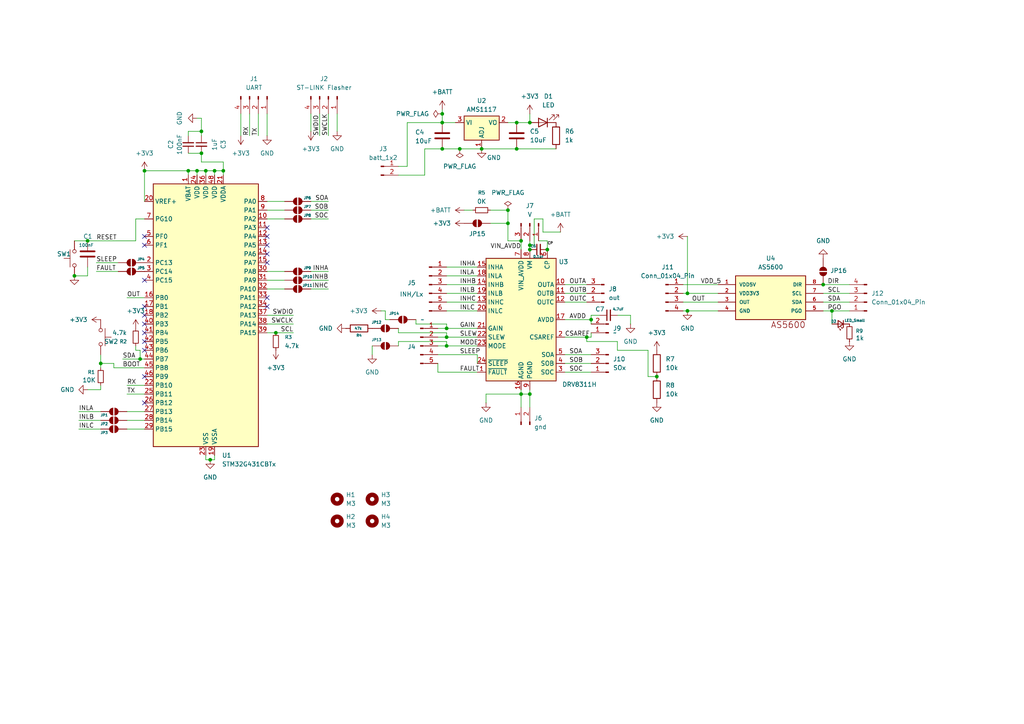
<source format=kicad_sch>
(kicad_sch (version 20250114) (generator "eeschema") (generator_version "9.0")
  (paper "A4")
  (junction (at 128.27 35.56))
  (junction (at 133.35 43.18))
  (junction (at 58.42 38.1))
  (junction (at 153.67 35.56))
  (junction (at 241.3 90.17))
  (junction (at 139.7 43.18))
  (junction (at 129.54 95.25))
  (junction (at 62.23 49.53))
  (junction (at 128.27 33.02))
  (junction (at 128.27 43.18))
  (junction (at 60.96 133.35))
  (junction (at 151.13 69.85))
  (junction (at 80.01 96.52))
  (junction (at 149.86 35.56))
  (junction (at 129.54 100.33))
  (junction (at 25.4 69.85))
  (junction (at 153.67 72.39))
  (junction (at 153.67 71.12))
  (junction (at 21.59 80.01))
  (junction (at 153.67 114.3))
  (junction (at 151.13 114.3))
  (junction (at 238.76 82.55))
  (junction (at 147.32 64.77))
  (junction (at 29.21 105.41))
  (junction (at 149.86 43.18))
  (junction (at 58.42 44.45))
  (junction (at 199.39 90.17))
  (junction (at 40.64 104.14))
  (junction (at 199.39 85.09))
  (junction (at 147.32 60.96))
  (junction (at 190.5 109.22))
  (junction (at 171.45 92.71))
  (junction (at 158.75 72.39))
  (junction (at 41.91 49.53))
  (junction (at 57.15 49.53))
  (junction (at 129.54 97.79))
  (junction (at 170.18 97.79))
  (junction (at 59.69 49.53))
  (junction (at 54.61 49.53))
  (junction (at 64.77 49.53))
  (no_connect (at 41.91 109.22))
  (no_connect (at 77.47 71.12))
  (no_connect (at 41.91 101.6))
  (no_connect (at 41.91 116.84))
  (no_connect (at 41.91 96.52))
  (no_connect (at 77.47 86.36))
  (no_connect (at 41.91 68.58))
  (no_connect (at 41.91 99.06))
  (no_connect (at 77.47 66.04))
  (no_connect (at 77.47 76.2))
  (no_connect (at 41.91 93.98))
  (no_connect (at 77.47 73.66))
  (no_connect (at 41.91 91.44))
  (no_connect (at 77.47 88.9))
  (no_connect (at 41.91 88.9))
  (no_connect (at 41.91 71.12))
  (no_connect (at 77.47 68.58))
  (no_connect (at 41.91 81.28))
  (wire (pts (xy 77.47 96.52) (xy 80.01 96.52)))
  (wire (pts (xy 115.57 95.25) (xy 115.57 96.52)))
  (wire (pts (xy 129.54 80.01) (xy 138.43 80.01)))
  (wire (pts (xy 90.17 33.02) (xy 90.17 38.1)))
  (wire (pts (xy 58.42 34.29) (xy 57.15 34.29)))
  (wire (pts (xy 90.17 83.82) (xy 95.25 83.82)))
  (wire (pts (xy 57.15 49.53) (xy 59.69 49.53)))
  (wire (pts (xy 29.21 113.03) (xy 29.21 111.76)))
  (wire (pts (xy 60.96 133.35) (xy 62.23 133.35)))
  (wire (pts (xy 153.67 71.12) (xy 153.67 72.39)))
  (wire (pts (xy 238.76 82.55) (xy 246.38 82.55)))
  (wire (pts (xy 123.19 50.8) (xy 123.19 43.18)))
  (wire (pts (xy 129.54 100.33) (xy 138.43 100.33)))
  (wire (pts (xy 128.27 33.02) (xy 128.27 35.56)))
  (wire (pts (xy 171.45 96.52) (xy 171.45 97.79)))
  (wire (pts (xy 154.94 63.5) (xy 154.94 71.12)))
  (wire (pts (xy 163.83 85.09) (xy 170.18 85.09)))
  (wire (pts (xy 90.17 63.5) (xy 95.25 63.5)))
  (wire (pts (xy 41.91 58.42) (xy 41.91 49.53)))
  (wire (pts (xy 57.15 49.53) (xy 57.15 50.8)))
  (wire (pts (xy 62.23 49.53) (xy 64.77 49.53)))
  (wire (pts (xy 163.83 92.71) (xy 171.45 92.71)))
  (wire (pts (xy 151.13 69.85) (xy 151.13 72.39)))
  (wire (pts (xy 238.76 85.09) (xy 246.38 85.09)))
  (wire (pts (xy 54.61 38.1) (xy 54.61 39.37)))
  (wire (pts (xy 198.12 90.17) (xy 199.39 90.17)))
  (wire (pts (xy 90.17 58.42) (xy 95.25 58.42)))
  (wire (pts (xy 182.88 91.44) (xy 182.88 93.98)))
  (wire (pts (xy 118.11 48.26) (xy 118.11 35.56)))
  (wire (pts (xy 41.91 124.46) (xy 36.83 124.46)))
  (wire (pts (xy 115.57 48.26) (xy 118.11 48.26)))
  (wire (pts (xy 179.07 101.6) (xy 187.96 101.6)))
  (wire (pts (xy 170.18 97.79) (xy 163.83 97.79)))
  (wire (pts (xy 33.02 105.41) (xy 33.02 106.68)))
  (wire (pts (xy 171.45 92.71) (xy 171.45 91.44)))
  (wire (pts (xy 238.76 87.63) (xy 246.38 87.63)))
  (wire (pts (xy 153.67 69.85) (xy 153.67 71.12)))
  (wire (pts (xy 77.47 78.74) (xy 82.55 78.74)))
  (wire (pts (xy 238.76 90.17) (xy 241.3 90.17)))
  (wire (pts (xy 129.54 87.63) (xy 138.43 87.63)))
  (wire (pts (xy 123.19 43.18) (xy 128.27 43.18)))
  (wire (pts (xy 115.57 50.8) (xy 123.19 50.8)))
  (wire (pts (xy 158.75 69.85) (xy 158.75 72.39)))
  (wire (pts (xy 151.13 69.85) (xy 147.32 69.85)))
  (wire (pts (xy 187.96 101.6) (xy 187.96 109.22)))
  (wire (pts (xy 40.64 104.14) (xy 41.91 104.14)))
  (wire (pts (xy 153.67 113.03) (xy 153.67 114.3)))
  (wire (pts (xy 157.48 67.31) (xy 157.48 63.5)))
  (wire (pts (xy 129.54 77.47) (xy 138.43 77.47)))
  (wire (pts (xy 156.21 69.85) (xy 158.75 69.85)))
  (wire (pts (xy 41.91 121.92) (xy 36.83 121.92)))
  (wire (pts (xy 129.54 90.17) (xy 138.43 90.17)))
  (wire (pts (xy 54.61 49.53) (xy 57.15 49.53)))
  (wire (pts (xy 129.54 97.79) (xy 138.43 97.79)))
  (wire (pts (xy 36.83 111.76) (xy 41.91 111.76)))
  (wire (pts (xy 33.02 106.68) (xy 41.91 106.68)))
  (wire (pts (xy 157.48 63.5) (xy 154.94 63.5)))
  (wire (pts (xy 199.39 68.58) (xy 199.39 85.09)))
  (wire (pts (xy 127 105.41) (xy 127 107.95)))
  (wire (pts (xy 171.45 97.79) (xy 170.18 97.79)))
  (wire (pts (xy 36.83 114.3) (xy 41.91 114.3)))
  (wire (pts (xy 77.47 81.28) (xy 82.55 81.28)))
  (wire (pts (xy 199.39 90.17) (xy 208.28 90.17)))
  (wire (pts (xy 129.54 99.06) (xy 129.54 100.33)))
  (wire (pts (xy 134.62 60.96) (xy 137.16 60.96)))
  (wire (pts (xy 153.67 33.02) (xy 153.67 35.56)))
  (wire (pts (xy 21.59 69.85) (xy 25.4 69.85)))
  (wire (pts (xy 58.42 46.99) (xy 64.77 46.99)))
  (wire (pts (xy 128.27 31.75) (xy 128.27 33.02)))
  (wire (pts (xy 36.83 86.36) (xy 41.91 86.36)))
  (wire (pts (xy 110.49 90.17) (xy 111.76 90.17)))
  (wire (pts (xy 22.86 121.92) (xy 29.21 121.92)))
  (wire (pts (xy 111.76 92.71) (xy 113.03 92.71)))
  (wire (pts (xy 170.18 97.79) (xy 170.18 99.06)))
  (wire (pts (xy 39.37 101.6) (xy 40.64 101.6)))
  (wire (pts (xy 41.91 119.38) (xy 36.83 119.38)))
  (wire (pts (xy 139.7 43.18) (xy 149.86 43.18)))
  (wire (pts (xy 127 100.33) (xy 129.54 100.33)))
  (wire (pts (xy 138.43 102.87) (xy 138.43 105.41)))
  (wire (pts (xy 35.56 104.14) (xy 40.64 104.14)))
  (wire (pts (xy 163.83 82.55) (xy 170.18 82.55)))
  (wire (pts (xy 90.17 78.74) (xy 95.25 78.74)))
  (wire (pts (xy 129.54 95.25) (xy 138.43 95.25)))
  (wire (pts (xy 90.17 60.96) (xy 95.25 60.96)))
  (wire (pts (xy 22.86 119.38) (xy 29.21 119.38)))
  (wire (pts (xy 39.37 63.5) (xy 41.91 63.5)))
  (wire (pts (xy 115.57 100.33) (xy 115.57 99.06)))
  (wire (pts (xy 92.71 33.02) (xy 92.71 39.37)))
  (wire (pts (xy 74.93 33.02) (xy 74.93 39.37)))
  (wire (pts (xy 77.47 33.02) (xy 77.47 39.37)))
  (wire (pts (xy 163.83 107.95) (xy 171.45 107.95)))
  (wire (pts (xy 59.69 132.08) (xy 59.69 133.35)))
  (wire (pts (xy 58.42 38.1) (xy 58.42 39.37)))
  (wire (pts (xy 171.45 92.71) (xy 171.45 93.98)))
  (wire (pts (xy 77.47 91.44) (xy 85.09 91.44)))
  (wire (pts (xy 27.94 78.74) (xy 34.29 78.74)))
  (wire (pts (xy 54.61 44.45) (xy 58.42 44.45)))
  (wire (pts (xy 39.37 100.33) (xy 39.37 101.6)))
  (wire (pts (xy 147.32 69.85) (xy 147.32 64.77)))
  (wire (pts (xy 129.54 93.98) (xy 129.54 95.25)))
  (wire (pts (xy 198.12 85.09) (xy 199.39 85.09)))
  (wire (pts (xy 59.69 133.35) (xy 60.96 133.35)))
  (wire (pts (xy 77.47 93.98) (xy 85.09 93.98)))
  (wire (pts (xy 129.54 85.09) (xy 138.43 85.09)))
  (wire (pts (xy 80.01 96.52) (xy 85.09 96.52)))
  (wire (pts (xy 69.85 33.02) (xy 69.85 39.37)))
  (wire (pts (xy 58.42 44.45) (xy 58.42 46.99)))
  (wire (pts (xy 127 95.25) (xy 129.54 95.25)))
  (wire (pts (xy 111.76 90.17) (xy 111.76 92.71)))
  (wire (pts (xy 77.47 83.82) (xy 82.55 83.82)))
  (wire (pts (xy 163.83 105.41) (xy 171.45 105.41)))
  (wire (pts (xy 62.23 132.08) (xy 62.23 133.35)))
  (wire (pts (xy 27.94 76.2) (xy 34.29 76.2)))
  (wire (pts (xy 133.35 43.18) (xy 139.7 43.18)))
  (wire (pts (xy 163.83 102.87) (xy 171.45 102.87)))
  (wire (pts (xy 58.42 38.1) (xy 54.61 38.1)))
  (wire (pts (xy 151.13 114.3) (xy 153.67 114.3)))
  (wire (pts (xy 179.07 99.06) (xy 179.07 101.6)))
  (wire (pts (xy 29.21 102.87) (xy 29.21 105.41)))
  (wire (pts (xy 129.54 82.55) (xy 138.43 82.55)))
  (wire (pts (xy 151.13 114.3) (xy 151.13 118.11)))
  (wire (pts (xy 77.47 60.96) (xy 82.55 60.96)))
  (wire (pts (xy 115.57 96.52) (xy 129.54 96.52)))
  (wire (pts (xy 162.56 67.31) (xy 157.48 67.31)))
  (wire (pts (xy 77.47 63.5) (xy 82.55 63.5)))
  (wire (pts (xy 25.4 80.01) (xy 21.59 80.01)))
  (wire (pts (xy 147.32 64.77) (xy 147.32 60.96)))
  (wire (pts (xy 127 102.87) (xy 138.43 102.87)))
  (wire (pts (xy 171.45 91.44) (xy 173.99 91.44)))
  (wire (pts (xy 90.17 81.28) (xy 95.25 81.28)))
  (wire (pts (xy 41.91 49.53) (xy 54.61 49.53)))
  (wire (pts (xy 72.39 33.02) (xy 72.39 39.37)))
  (wire (pts (xy 128.27 43.18) (xy 133.35 43.18)))
  (wire (pts (xy 40.64 101.6) (xy 40.64 104.14)))
  (wire (pts (xy 115.57 99.06) (xy 129.54 99.06)))
  (wire (pts (xy 140.97 116.84) (xy 140.97 114.3)))
  (wire (pts (xy 241.3 90.17) (xy 246.38 90.17)))
  (wire (pts (xy 25.4 69.85) (xy 39.37 69.85)))
  (wire (pts (xy 142.24 64.77) (xy 147.32 64.77)))
  (wire (pts (xy 140.97 114.3) (xy 151.13 114.3)))
  (wire (pts (xy 198.12 82.55) (xy 208.28 82.55)))
  (wire (pts (xy 54.61 50.8) (xy 54.61 49.53)))
  (wire (pts (xy 120.65 93.98) (xy 129.54 93.98)))
  (wire (pts (xy 142.24 60.96) (xy 147.32 60.96)))
  (wire (pts (xy 64.77 46.99) (xy 64.77 49.53)))
  (wire (pts (xy 107.95 102.87) (xy 107.95 100.33)))
  (wire (pts (xy 129.54 96.52) (xy 129.54 97.79)))
  (wire (pts (xy 151.13 113.03) (xy 151.13 114.3)))
  (wire (pts (xy 25.4 77.47) (xy 25.4 80.01)))
  (wire (pts (xy 198.12 87.63) (xy 208.28 87.63)))
  (wire (pts (xy 241.3 90.17) (xy 241.3 93.98)))
  (wire (pts (xy 127 97.79) (xy 129.54 97.79)))
  (wire (pts (xy 59.69 49.53) (xy 62.23 49.53)))
  (wire (pts (xy 127 107.95) (xy 138.43 107.95)))
  (wire (pts (xy 97.79 33.02) (xy 97.79 38.1)))
  (wire (pts (xy 179.07 91.44) (xy 182.88 91.44)))
  (wire (pts (xy 39.37 69.85) (xy 39.37 63.5)))
  (wire (pts (xy 22.86 124.46) (xy 29.21 124.46)))
  (wire (pts (xy 163.83 87.63) (xy 170.18 87.63)))
  (wire (pts (xy 147.32 35.56) (xy 149.86 35.56)))
  (wire (pts (xy 128.27 35.56) (xy 132.08 35.56)))
  (wire (pts (xy 29.21 105.41) (xy 33.02 105.41)))
  (wire (pts (xy 59.69 49.53) (xy 59.69 50.8)))
  (wire (pts (xy 64.77 49.53) (xy 64.77 50.8)))
  (wire (pts (xy 153.67 114.3) (xy 153.67 118.11)))
  (wire (pts (xy 58.42 34.29) (xy 58.42 38.1)))
  (wire (pts (xy 149.86 43.18) (xy 161.29 43.18)))
  (wire (pts (xy 95.25 33.02) (xy 95.25 39.37)))
  (wire (pts (xy 77.47 58.42) (xy 82.55 58.42)))
  (wire (pts (xy 154.94 71.12) (xy 153.67 71.12)))
  (wire (pts (xy 25.4 113.03) (xy 29.21 113.03)))
  (wire (pts (xy 153.67 35.56) (xy 149.86 35.56)))
  (wire (pts (xy 170.18 99.06) (xy 179.07 99.06)))
  (wire (pts (xy 118.11 35.56) (xy 128.27 35.56)))
  (wire (pts (xy 62.23 49.53) (xy 62.23 50.8)))
  (wire (pts (xy 120.65 92.71) (xy 120.65 93.98)))
  (wire (pts (xy 199.39 85.09) (xy 208.28 85.09)))
  (wire (pts (xy 29.21 105.41) (xy 29.21 106.68)))
  (wire (pts (xy 187.96 109.22) (xy 190.5 109.22)))
  (label "GAIN" (at 133.35 95.25 0))
  (label "SWCLK" (at 85.09 93.98 180))
  (label "SCL" (at 85.09 96.52 180))
  (label "DIR" (at 240.03 82.55 0))
  (label "OUTC" (at 165.1 87.63 0))
  (label "MODE" (at 133.35 100.33 0))
  (label "FAULT" (at 27.94 78.74 0))
  (label "INLA" (at 133.35 80.01 0))
  (label "TX" (at 36.83 114.3 0))
  (label "VIN_AVDD" (at 151.13 72.39 180))
  (label "SOC" (at 95.25 63.5 180))
  (label "SWCLK" (at 95.25 39.37 90))
  (label "SLEEP" (at 133.35 102.87 0))
  (label "CSAREF" (at 163.83 97.79 0))
  (label "SWDIO" (at 92.71 39.37 90))
  (label "INHA" (at 133.35 77.47 0))
  (label "SWDIO" (at 85.09 91.44 180))
  (label "FAULT" (at 133.35 107.95 0))
  (label "SLEW" (at 133.35 97.79 0))
  (label "RESET" (at 27.94 69.85 0))
  (label "OUTA" (at 165.1 82.55 0))
  (label "INHA" (at 95.25 78.74 180))
  (label "TX" (at 74.93 39.37 90))
  (label "OUTB" (at 165.1 85.09 0))
  (label "CP" (at 158.75 71.12 0) (effects (font (size 0.75 0.75))))
  (label "BOOT" (at 35.56 106.68 0))
  (label "INHC" (at 133.35 87.63 0))
  (label "INLB" (at 22.86 121.92 0))
  (label "INLC" (at 22.86 124.46 0))
  (label "SOC" (at 165.1 107.95 0))
  (label "OUT" (at 200.66 87.63 0))
  (label "INLA" (at 22.86 119.38 0))
  (label "INLB" (at 133.35 85.09 0))
  (label "INHC" (at 95.25 83.82 180))
  (label "AVDD" (at 165.1 92.71 0))
  (label "SOA" (at 165.1 102.87 0))
  (label "OUT" (at 36.83 86.36 0))
  (label "SOA" (at 95.25 58.42 180))
  (label "PGO" (at 240.03 90.17 0))
  (label "INHB" (at 95.25 81.28 180))
  (label "INHB" (at 133.35 82.55 0))
  (label "SLEEP" (at 27.94 76.2 0))
  (label "RX" (at 72.39 39.37 90))
  (label "SOB" (at 165.1 105.41 0))
  (label "SDA" (at 35.56 104.14 0))
  (label "RX" (at 36.83 111.76 0))
  (label "VDD_5" (at 203.2 82.55 0))
  (label "INLC" (at 133.35 90.17 0))
  (label "SCL" (at 240.03 85.09 0))
  (label "SDA" (at 240.03 87.63 0))
  (label "SOB" (at 95.25 60.96 180))
  (symbol (lib_id "Device:R") (at 104.14 95.25 90) (unit 1)
    (property "Reference" "R4" (at 104.14 97.282 90) (effects (font (size 0.75 0.75))))
    (property "Value" "47k" (at 103.886 95.25 90) (effects (font (size 0.75 0.75))))
    (property "Footprint" "Resistor_SMD:R_0805_2012Metric" (effects (hide yes)))
    (property "Description" "Resistor" (effects (hide yes)))
  )
  (symbol (lib_id "power:GND") (at 60.96 133.35 0) (unit 1)
    (property "Reference" "#PWR07" (effects (hide yes)))
    (property "Value" "GND" (at 60.96 138.43 0))
    (property "Description" "Power symbol creates a global label with name \"GND\" , ground" (effects (hide yes)))
  )
  (symbol (lib_id "Device:R") (at 161.29 39.37 0) (unit 1)
    (property "Reference" "R6" (at 163.83 38.0999 0) (effects (justify left)))
    (property "Value" "1k" (at 163.83 40.6399 0) (effects (justify left)))
    (property "Footprint" "Resistor_SMD:R_0805_2012Metric" (effects (hide yes)))
    (property "Description" "Resistor" (effects (hide yes)))
  )
  (symbol (lib_id "Device:C") (at 25.4 73.66 0) (unit 1)
    (property "Reference" "C1" (at 24.13 68.58 0) (effects (justify left)))
    (property "Value" "100nF" (at 22.86 71.12 0) (effects (font (size 0.9 0.9)) (justify left)))
    (property "Footprint" "Capacitor_SMD:C_0805_2012Metric_Pad1.18x1.45mm_HandSolder" (effects (hide yes)))
  )
  (symbol (lib_id "power:GND") (at 190.5 116.84 0) (unit 1)
    (property "Reference" "#PWR025" (effects (hide yes)))
    (property "Value" "GND" (at 190.5 121.92 0))
    (property "Description" "Power symbol creates a global label with name \"GND\" , ground" (effects (hide yes)))
  )
  (symbol (lib_id "power:+BATT") (at 162.56 67.31 0) (unit 1)
    (property "Reference" "#PWR022" (effects (hide yes)))
    (property "Value" "+BATT" (at 162.56 62.23 0))
    (property "Description" "Power symbol creates a global label with name \"+BATT\"" (effects (hide yes)))
  )
  (symbol (lib_id "Jumper:SolderJumper_2_Open") (at 111.76 100.33 0) (unit 1) (in_bom no)
    (property "Reference" "JP13" (at 109.22 98.552 0) (effects (font (size 0.75 0.75))))
    (property "Value" "SolderJumper_2_Open" (effects (hide yes)))
    (property "Footprint" "Jumper:SolderJumper-2_P1.3mm_Open_RoundedPad1.0x1.5mm" (effects (hide yes)))
    (property "Description" "Solder Jumper, 2-pole, open" (effects (hide yes)))
  )
  (symbol (lib_id "power:+3V3") (at 199.39 68.58 90) (unit 1)
    (property "Reference" "#PWR026" (effects (hide yes)))
    (property "Value" "+3V3" (at 195.58 68.5799 90) (effects (justify left)))
    (property "Description" "Power symbol creates a global label with name \"+3V3\"" (effects (hide yes)))
  )
  (symbol (lib_id "Jumper:SolderJumper_2_Open") (at 33.02 121.92 180) (unit 1) (in_bom no)
    (property "Reference" "JP2" (at 30.226 122.936 0) (effects (font (size 0.75 0.75))))
    (property "Value" "SolderJumper_2_Open" (effects (hide yes)))
    (property "Footprint" "Jumper:SolderJumper-2_P1.3mm_Open_RoundedPad1.0x1.5mm" (effects (hide yes)))
    (property "Description" "Solder Jumper, 2-pole, open" (effects (hide yes)))
  )
  (symbol (lib_id "Jumper:SolderJumper_2_Open") (at 38.1 78.74 0) (unit 1) (in_bom no)
    (property "Reference" "JP5" (at 40.894 77.724 0) (effects (font (size 0.75 0.75))))
    (property "Value" "SolderJumper_2_Open" (effects (hide yes)))
    (property "Footprint" "Jumper:SolderJumper-2_P1.3mm_Open_RoundedPad1.0x1.5mm" (effects (hide yes)))
    (property "Description" "Solder Jumper, 2-pole, open" (effects (hide yes)))
  )
  (symbol (lib_id "Mechanical:MountingHole") (at 107.95 144.78 0) (unit 1) (in_bom no)
    (property "Reference" "H3" (at 110.49 143.5099 0) (effects (justify left)))
    (property "Value" "M3" (at 110.49 146.0499 0) (effects (justify left)))
    (property "Footprint" "MountingHole:MountingHole_3mm" (effects (hide yes)))
    (property "Description" "Mounting Hole without connection" (effects (hide yes)))
  )
  (symbol (lib_id "power:+3V3") (at 134.62 64.77 90) (unit 1)
    (property "Reference" "#PWR018" (effects (hide yes)))
    (property "Value" "+3V3" (at 130.81 64.7699 90) (effects (justify left)))
    (property "Description" "Power symbol creates a global label with name \"+3V3\"" (effects (hide yes)))
  )
  (symbol (lib_id "Connector:Conn_01x04_Pin") (at 251.46 87.63 180) (unit 1)
    (property "Reference" "J12" (at 252.73 85.0899 0) (effects (justify right)))
    (property "Value" "Conn_01x04_Pin" (at 252.73 87.6299 0) (effects (justify right)))
    (property "Footprint" "Connector_PinSocket_2.54mm:PinSocket_1x04_P2.54mm_Vertical" (effects (hide yes)))
    (property "Description" "Generic connector, single row, 01x04, script generated" (effects (hide yes)))
  )
  (symbol (lib_id "Device:R") (at 190.5 113.03 0) (unit 1)
    (property "Reference" "R8" (at 193.04 111.7599 0) (effects (justify left)))
    (property "Value" "10k" (at 193.04 114.2999 0) (effects (justify left)))
    (property "Footprint" "Resistor_SMD:R_0805_2012Metric" (effects (hide yes)))
    (property "Description" "Resistor" (effects (hide yes)))
  )
  (symbol (lib_id "Connector:Conn_01x05_Pin") (at 121.92 100.33 0) (unit 1)
    (property "Reference" "J4" (at 119.38 100.584 0))
    (property "Value" "~" (at 122.555 92.71 0))
    (property "Footprint" "Connector_PinSocket_2.54mm:PinSocket_1x05_P2.54mm_Vertical" (effects (hide yes)))
    (property "Description" "Generic connector, single row, 01x05, script generated" (effects (hide yes)))
  )
  (symbol (lib_id "Connector:Conn_01x02_Pin") (at 110.49 48.26 0) (unit 1)
    (property "Reference" "J3" (at 111.125 43.18 0))
    (property "Value" "batt_1x2" (at 111.125 45.72 0))
    (property "Footprint" "Connector_PinSocket_2.54mm:PinSocket_1x02_P2.54mm_Vertical" (effects (hide yes)))
    (property "Description" "Generic connector, single row, 01x02, script generated" (effects (hide yes)))
  )
  (symbol (lib_id "Device:C_Small") (at 176.53 91.44 90) (unit 1)
    (property "Reference" "C7" (at 173.99 89.662 90))
    (property "Value" "4.7uF" (at 179.324 89.662 90) (effects (font (size 0.75 0.75))))
    (property "Footprint" "Capacitor_SMD:C_0805_2012Metric" (effects (hide yes)))
    (property "Description" "Unpolarized capacitor, small symbol" (effects (hide yes)))
  )
  (symbol (lib_id "power:GND") (at 57.15 34.29 270) (unit 1)
    (property "Reference" "#PWR06" (effects (hide yes)))
    (property "Value" "GND" (at 52.07 34.29 0))
    (property "Description" "Power symbol creates a global label with name \"GND\" , ground" (effects (hide yes)))
  )
  (symbol (lib_id "power:GND") (at 97.79 38.1 0) (unit 1)
    (property "Reference" "#PWR012" (effects (hide yes)))
    (property "Value" "GND" (at 97.79 43.18 0))
    (property "Description" "Power symbol creates a global label with name \"GND\" , ground" (effects (hide yes)))
  )
  (symbol (lib_id "AS5600:AS5600") (at 223.52 85.09 0) (unit 1)
    (property "Reference" "U4" (at 223.5274 74.93 0))
    (property "Value" "AS5600" (at 223.5274 77.47 0))
    (property "Footprint" "AS5600:SOIC8" (effects (hide yes)))
    (property "MF" "Ams AG" (effects (hide yes)))
    (property "Description_1" "Hall Effect Sensor Rotary Position External Magnet, Not Included Gull Wing" (effects (hide yes)))
    (property "Package" "None" (effects (hide yes)))
    (property "Price" "None" (effects (hide yes)))
    (property "SnapEDA_Link" "https://www.snapeda.com/parts/AS5600/ams/view-part/?ref=snap" (effects (hide yes)))
    (property "MP" "AS5600" (effects (hide yes)))
    (property "Availability" "Not in stock" (effects (hide yes)))
    (property "Check_prices" "https://www.snapeda.com/parts/AS5600/ams/view-part/?ref=eda" (effects (hide yes)))
  )
  (symbol (lib_id "Device:C_Small") (at 58.42 41.91 0) (unit 1)
    (property "Reference" "C3" (at 64.77 41.9163 90))
    (property "Value" "1uF" (at 62.23 41.9163 90))
    (property "Footprint" "Capacitor_SMD:C_0805_2012Metric" (effects (hide yes)))
    (property "Description" "Unpolarized capacitor, small symbol" (effects (hide yes)))
  )
  (symbol (lib_id "power:+3V3") (at 39.37 95.25 0) (unit 1)
    (property "Reference" "#PWR04" (effects (hide yes)))
    (property "Value" "+3V3" (at 39.37 90.17 0))
    (property "Description" "Power symbol creates a global label with name \"+3V3\"" (effects (hide yes)))
  )
  (symbol (lib_id "power:+3V3") (at 110.49 90.17 90) (unit 1)
    (property "Reference" "#PWR015" (effects (hide yes)))
    (property "Value" "+3V3" (at 106.68 90.1699 90) (effects (justify left)))
    (property "Description" "Power symbol creates a global label with name \"+3V3\"" (effects (hide yes)))
  )
  (symbol (lib_id "Connector:Conn_01x06_Pin") (at 124.46 82.55 0) (unit 1)
    (property "Reference" "J5" (at 119.38 82.042 0))
    (property "Value" "INH/Lx" (at 119.38 85.344 0))
    (property "Footprint" "Connector_PinSocket_2.54mm:PinSocket_1x06_P2.54mm_Vertical" (effects (hide yes)))
    (property "Description" "Generic connector, single row, 01x06, script generated" (effects (hide yes)))
  )
  (symbol (lib_id "Jumper:SolderJumper_2_Open") (at 86.36 78.74 0) (unit 1) (in_bom no)
    (property "Reference" "JP9" (at 89.154 77.724 0) (effects (font (size 0.75 0.75))))
    (property "Value" "SolderJumper_2_Open" (effects (hide yes)))
    (property "Footprint" "Jumper:SolderJumper-2_P1.3mm_Open_RoundedPad1.0x1.5mm" (effects (hide yes)))
    (property "Description" "Solder Jumper, 2-pole, open" (effects (hide yes)))
  )
  (symbol (lib_id "Connector:Conn_01x03_Pin") (at 153.67 64.77 270) (unit 1)
    (property "Reference" "J7" (at 153.67 59.69 90))
    (property "Value" "V" (at 153.67 62.23 90))
    (property "Footprint" "Connector_PinSocket_2.54mm:PinSocket_1x03_P2.54mm_Vertical" (effects (hide yes)))
    (property "Description" "Generic connector, single row, 01x03, script generated" (effects (hide yes)))
  )
  (symbol (lib_id "Device:R_Small") (at 246.38 96.52 180) (unit 1)
    (property "Reference" "R9" (at 248.158 96.012 0) (effects (font (size 1.016 1.016)) (justify right)))
    (property "Value" "1k" (at 248.158 98.044 0) (effects (justify right)))
    (property "Footprint" "LED_SMD:LED_0805_2012Metric" (effects (hide yes)))
    (property "Description" "Resistor, small symbol" (effects (hide yes)))
  )
  (symbol (lib_id "Jumper:SolderJumper_2_Open") (at 238.76 78.74 90) (unit 1) (in_bom no)
    (property "Reference" "JP16" (at 240.792 78.486 90) (effects (justify right)))
    (property "Value" "SolderJumper_2_Open" (effects (hide yes)))
    (property "Footprint" "Jumper:SolderJumper-2_P1.3mm_Open_RoundedPad1.0x1.5mm" (effects (hide yes)))
    (property "Description" "Solder Jumper, 2-pole, open" (effects (hide yes)))
  )
  (symbol (lib_id "power:GND") (at 139.7 43.18 0) (unit 1)
    (property "Reference" "#PWR019" (effects (hide yes)))
    (property "Value" "GND" (at 143.256 45.72 0))
    (property "Description" "Power symbol creates a global label with name \"GND\" , ground" (effects (hide yes)))
  )
  (symbol (lib_id "Jumper:SolderJumper_2_Open") (at 138.43 64.77 0) (unit 1) (in_bom no)
    (property "Reference" "JP15" (at 138.43 67.818 0))
    (property "Value" "SolderJumper_2_Open" (effects (hide yes)))
    (property "Footprint" "Jumper:SolderJumper-2_P1.3mm_Open_RoundedPad1.0x1.5mm" (effects (hide yes)))
    (property "Description" "Solder Jumper, 2-pole, open" (effects (hide yes)))
  )
  (symbol (lib_id "Device:R_Small") (at 39.37 97.79 180) (unit 1)
    (property "Reference" "R2" (at 36.83 99.0601 0) (effects (font (size 1.016 1.016)) (justify left)))
    (property "Value" "4.7k" (at 36.83 96.5201 0) (effects (justify left)))
    (property "Footprint" "Resistor_SMD:R_0805_2012Metric" (effects (hide yes)))
    (property "Description" "Resistor, small symbol" (effects (hide yes)))
  )
  (symbol (lib_id "Device:LED_Small") (at 243.84 93.98 180) (unit 1)
    (property "Reference" "D2" (at 241.808 93.218 0) (effects (font (size 0.75 0.75))))
    (property "Value" "LED_Small" (at 247.904 92.964 0) (effects (font (size 0.75 0.75))))
    (property "Footprint" "LED_SMD:LED_0805_2012Metric" (effects (hide yes)))
    (property "Description" "Light emitting diode, small symbol" (effects (hide yes)))
    (property "Sim.Pins" "1=K 2=A" (effects (hide yes)))
  )
  (symbol (lib_id "Connector:Conn_01x04_Pin") (at 95.25 27.94 270) (unit 1)
    (property "Reference" "J2" (at 93.98 22.86 90))
    (property "Value" "ST-LINK Flasher" (at 93.98 25.4 90))
    (property "Footprint" "Connector_PinSocket_2.54mm:PinSocket_1x04_P2.54mm_Vertical" (effects (hide yes)))
    (property "Description" "Generic connector, single row, 01x04, script generated" (effects (hide yes)))
  )
  (symbol (lib_id "power:PWR_FLAG") (at 147.32 60.96 0) (unit 1)
    (property "Reference" "#FLG03" (effects (hide yes)))
    (property "Value" "PWR_FLAG" (at 147.32 55.88 0))
    (property "Description" "Special symbol for telling ERC where power comes from" (effects (hide yes)))
  )
  (symbol (lib_id "power:+3V3") (at 90.17 38.1 180) (unit 1)
    (property "Reference" "#PWR011" (effects (hide yes)))
    (property "Value" "+3V3" (at 90.17 43.18 0))
    (property "Description" "Power symbol creates a global label with name \"+3V3\"" (effects (hide yes)))
  )
  (symbol (lib_id "Jumper:SolderJumper_2_Open") (at 33.02 124.46 180) (unit 1) (in_bom no)
    (property "Reference" "JP3" (at 30.226 125.476 0) (effects (font (size 0.75 0.75))))
    (property "Value" "SolderJumper_2_Open" (effects (hide yes)))
    (property "Footprint" "Jumper:SolderJumper-2_P1.3mm_Open_RoundedPad1.0x1.5mm" (effects (hide yes)))
    (property "Description" "Solder Jumper, 2-pole, open" (effects (hide yes)))
  )
  (symbol (lib_id "Jumper:SolderJumper_2_Open") (at 86.36 63.5 0) (unit 1) (in_bom no)
    (property "Reference" "JP8" (at 89.154 62.484 0) (effects (font (size 0.75 0.75))))
    (property "Value" "SolderJumper_2_Open" (effects (hide yes)))
    (property "Footprint" "Jumper:SolderJumper-2_P1.3mm_Open_RoundedPad1.0x1.5mm" (effects (hide yes)))
    (property "Description" "Solder Jumper, 2-pole, open" (effects (hide yes)))
  )
  (symbol (lib_id "Jumper:SolderJumper_2_Open") (at 38.1 76.2 0) (unit 1) (in_bom no)
    (property "Reference" "JP4" (at 40.894 75.184 0) (effects (font (size 0.75 0.75))))
    (property "Value" "SolderJumper_2_Open" (effects (hide yes)))
    (property "Footprint" "Jumper:SolderJumper-2_P1.3mm_Open_RoundedPad1.0x1.5mm" (effects (hide yes)))
    (property "Description" "Solder Jumper, 2-pole, open" (effects (hide yes)))
  )
  (symbol (lib_id "power:GND") (at 107.95 102.87 0) (unit 1)
    (property "Reference" "#PWR014" (effects (hide yes)))
    (property "Value" "GND" (at 107.95 107.95 0))
    (property "Description" "Power symbol creates a global label with name \"GND\" , ground" (effects (hide yes)))
  )
  (symbol (lib_id "Connector:Conn_01x03_Pin") (at 176.53 105.41 180) (unit 1)
    (property "Reference" "J10" (at 177.8 104.1399 0) (effects (justify right)))
    (property "Value" "SOx" (at 177.8 106.6799 0) (effects (justify right)))
    (property "Footprint" "Connector_PinSocket_2.54mm:PinSocket_1x03_P2.54mm_Vertical" (effects (hide yes)))
    (property "Description" "Generic connector, single row, 01x03, script generated" (effects (hide yes)))
  )
  (symbol (lib_id "Device:R_Small") (at 139.7 60.96 90) (unit 1)
    (property "Reference" "R5" (at 139.7 55.88 90) (effects (font (size 1.016 1.016))))
    (property "Value" "0K" (at 139.7 58.42 90))
    (property "Footprint" "Resistor_SMD:R_0805_2012Metric" (effects (hide yes)))
    (property "Description" "Resistor, small symbol" (effects (hide yes)))
  )
  (symbol (lib_id "Jumper:SolderJumper_2_Open") (at 86.36 83.82 0) (unit 1) (in_bom no)
    (property "Reference" "JP11" (at 89.154 82.804 0) (effects (font (size 0.75 0.75))))
    (property "Value" "SolderJumper_2_Open" (effects (hide yes)))
    (property "Footprint" "Jumper:SolderJumper-2_P1.3mm_Open_RoundedPad1.0x1.5mm" (effects (hide yes)))
    (property "Description" "Solder Jumper, 2-pole, open" (effects (hide yes)))
  )
  (symbol (lib_id "Mechanical:MountingHole") (at 107.95 151.13 0) (unit 1) (in_bom no)
    (property "Reference" "H4" (at 110.49 149.8599 0) (effects (justify left)))
    (property "Value" "M3" (at 110.49 152.3999 0) (effects (justify left)))
    (property "Footprint" "MountingHole:MountingHole_3mm" (effects (hide yes)))
    (property "Description" "Mounting Hole without connection" (effects (hide yes)))
  )
  (symbol (lib_id "Connector:Conn_01x04_Pin") (at 193.04 85.09 0) (unit 1)
    (property "Reference" "J11" (at 193.675 77.47 0))
    (property "Value" "Conn_01x04_Pin" (at 193.675 80.01 0))
    (property "Footprint" "Connector_PinSocket_2.54mm:PinSocket_1x04_P2.54mm_Vertical" (effects (hide yes)))
    (property "Description" "Generic connector, single row, 01x04, script generated" (effects (hide yes)))
  )
  (symbol (lib_id "power:GND") (at 246.38 99.06 0) (unit 1)
    (property "Reference" "#PWR029" (effects (hide yes)))
    (property "Value" "GND" (at 246.38 104.14 0))
    (property "Description" "Power symbol creates a global label with name \"GND\" , ground" (effects (hide yes)))
  )
  (symbol (lib_id "power:+3V3") (at 153.67 33.02 0) (unit 1)
    (property "Reference" "#PWR021" (effects (hide yes)))
    (property "Value" "+3V3" (at 153.67 27.94 0))
    (property "Description" "Power symbol creates a global label with name \"+3V3\"" (effects (hide yes)))
  )
  (symbol (lib_id "Device:R_Small") (at 29.21 109.22 0) (unit 1)
    (property "Reference" "R1" (at 25.4 107.95 0) (effects (font (size 1.016 1.016)) (justify left)))
    (property "Value" "10K" (at 23.876 110.236 0) (effects (justify left)))
    (property "Footprint" "Resistor_SMD:R_0805_2012Metric" (effects (hide yes)))
    (property "Description" "Resistor, small symbol" (effects (hide yes)))
  )
  (symbol (lib_id "power:GND") (at 238.76 74.93 180) (unit 1)
    (property "Reference" "#PWR028" (effects (hide yes)))
    (property "Value" "GND" (at 238.76 69.85 0))
    (property "Description" "Power symbol creates a global label with name \"GND\" , ground" (effects (hide yes)))
  )
  (symbol (lib_id "Switch:SW_Push") (at 29.21 97.79 270) (unit 1)
    (property "Reference" "SW2" (at 34.29 99.06 90) (effects (justify right)))
    (property "Value" "SW_Push" (effects (hide yes)))
    (property "Footprint" "Button_Switch_THT:SW_PUSH_6mm_H5mm" (effects (hide yes)))
  )
  (symbol (lib_id "power:+3V3") (at 29.21 92.71 90) (unit 1)
    (property "Reference" "#PWR03" (effects (hide yes)))
    (property "Value" "+3V3" (at 25.4 92.7099 90) (effects (justify left)))
    (property "Description" "Power symbol creates a global label with name \"+3V3\"" (effects (hide yes)))
  )
  (symbol (lib_id "power:+3V3") (at 69.85 39.37 180) (unit 1)
    (property "Reference" "#PWR08" (effects (hide yes)))
    (property "Value" "+3V3" (at 69.85 44.45 0))
    (property "Description" "Power symbol creates a global label with name \"+3V3\"" (effects (hide yes)))
  )
  (symbol (lib_id "Connector:Conn_01x02_Pin") (at 176.53 96.52 180) (unit 1)
    (property "Reference" "J9" (at 177.8 95.2499 0) (effects (justify right)))
    (property "Value" "~" (at 177.8 96.5199 0) (effects (justify right)))
    (property "Footprint" "Connector_PinSocket_2.54mm:PinSocket_1x02_P2.54mm_Vertical" (effects (hide yes)))
    (property "Description" "Generic connector, single row, 01x02, script generated" (effects (hide yes)))
  )
  (symbol (lib_id "power:+3V3") (at 41.91 49.53 0) (unit 1)
    (property "Reference" "#PWR05" (effects (hide yes)))
    (property "Value" "+3V3" (at 41.91 44.45 0))
    (property "Description" "Power symbol creates a global label with name \"+3V3\"" (effects (hide yes)))
  )
  (symbol (lib_id "Jumper:SolderJumper_2_Open") (at 86.36 58.42 0) (unit 1) (in_bom no)
    (property "Reference" "JP6" (at 89.154 57.404 0) (effects (font (size 0.75 0.75))))
    (property "Value" "SolderJumper_2_Open" (effects (hide yes)))
    (property "Footprint" "Jumper:SolderJumper-2_P1.3mm_Open_RoundedPad1.0x1.5mm" (effects (hide yes)))
    (property "Description" "Solder Jumper, 2-pole, open" (effects (hide yes)))
  )
  (symbol (lib_id "Device:C") (at 149.86 39.37 0) (unit 1)
    (property "Reference" "C5" (at 153.67 38.0999 0) (effects (justify left)))
    (property "Value" "10uF" (at 153.67 40.6399 0) (effects (justify left)))
    (property "Footprint" "Capacitor_SMD:C_0805_2012Metric" (effects (hide yes)))
    (property "Description" "Unpolarized capacitor" (effects (hide yes)))
  )
  (symbol (lib_id "Device:C") (at 128.27 39.37 0) (unit 1)
    (property "Reference" "C4" (at 120.396 38.354 0) (effects (justify left)))
    (property "Value" "10uF" (at 120.396 40.894 0) (effects (justify left)))
    (property "Footprint" "Capacitor_SMD:C_0805_2012Metric" (effects (hide yes)))
    (property "Description" "Unpolarized capacitor" (effects (hide yes)))
  )
  (symbol (lib_id "power:+3V3") (at 80.01 101.6 180) (unit 1)
    (property "Reference" "#PWR010" (effects (hide yes)))
    (property "Value" "+3V3" (at 80.01 106.68 0))
    (property "Description" "Power symbol creates a global label with name \"+3V3\"" (effects (hide yes)))
  )
  (symbol (lib_id "Driver_Motor:DRV8311H") (at 151.13 92.71 0) (unit 1)
    (property "Reference" "U3" (at 162.052 75.946 0) (effects (justify left)))
    (property "Value" "DRV8311H" (at 163.068 111.506 0) (effects (justify left)))
    (property "Footprint" "Package_DFN_QFN:Texas_RRW0024A_WQFN-24-1EP_3x3mm_P0.4mm_EP1.9x1.9mm" (effects (hide yes)))
    (property "Datasheet" "https://www.ti.com/lit/ds/symlink/drv8311.pdf" (effects (hide yes)))
    (property "Description" "Three-Phase PWM Motor Driver, 3-20V supply, 5A peak current, hardware interface, WQFN-24" (effects (hide yes)))
    (property private "KLC_S4.4_AVDD" "This is the output of the 3.3V internal regulator" (effects (hide yes)))
  )
  (symbol (lib_id "power:GND") (at 25.4 113.03 270) (unit 1)
    (property "Reference" "#PWR02" (effects (hide yes)))
    (property "Value" "GND" (at 21.59 113.0299 90) (effects (justify right)))
    (property "Description" "Power symbol creates a global label with name \"GND\" , ground" (effects (hide yes)))
  )
  (symbol (lib_id "Device:LED") (at 157.48 35.56 180) (unit 1)
    (property "Reference" "D1" (at 159.0675 27.94 0))
    (property "Value" "LED" (at 159.0675 30.48 0))
    (property "Footprint" "LED_SMD:LED_0805_2012Metric" (effects (hide yes)))
    (property "Description" "Light emitting diode" (effects (hide yes)))
    (property "Sim.Pins" "1=K 2=A" (effects (hide yes)))
  )
  (symbol (lib_id "power:GND") (at 199.39 90.17 0) (unit 1)
    (property "Reference" "#PWR027" (effects (hide yes)))
    (property "Value" "GND" (at 199.39 95.25 0))
    (property "Description" "Power symbol creates a global label with name \"GND\" , ground" (effects (hide yes)))
  )
  (symbol (lib_id "power:GND") (at 140.97 116.84 0) (unit 1)
    (property "Reference" "#PWR020" (effects (hide yes)))
    (property "Value" "GND" (at 140.97 121.92 0))
    (property "Description" "Power symbol creates a global label with name \"GND\" , ground" (effects (hide yes)))
  )
  (symbol (lib_id "power:GND") (at 77.47 39.37 0) (unit 1)
    (property "Reference" "#PWR09" (effects (hide yes)))
    (property "Value" "GND" (at 77.47 44.45 0))
    (property "Description" "Power symbol creates a global label with name \"GND\" , ground" (effects (hide yes)))
  )
  (symbol (lib_id "Jumper:SolderJumper_2_Open") (at 86.36 81.28 0) (unit 1) (in_bom no)
    (property "Reference" "JP10" (at 89.154 80.264 0) (effects (font (size 0.75 0.75))))
    (property "Value" "SolderJumper_2_Open" (effects (hide yes)))
    (property "Footprint" "Jumper:SolderJumper-2_P1.3mm_Open_RoundedPad1.0x1.5mm" (effects (hide yes)))
    (property "Description" "Solder Jumper, 2-pole, open" (effects (hide yes)))
  )
  (symbol (lib_id "Mechanical:MountingHole") (at 97.79 144.78 0) (unit 1) (in_bom no)
    (property "Reference" "H1" (at 100.33 143.5099 0) (effects (justify left)))
    (property "Value" "M3" (at 100.33 146.0499 0) (effects (justify left)))
    (property "Footprint" "MountingHole:MountingHole_3mm" (effects (hide yes)))
    (property "Description" "Mounting Hole without connection" (effects (hide yes)))
  )
  (symbol (lib_id "Regulator_Linear:AMS1117") (at 139.7 35.56 0) (unit 1)
    (property "Reference" "U2" (at 139.7 29.21 0))
    (property "Value" "AMS1117" (at 139.7 31.75 0))
    (property "Footprint" "Package_TO_SOT_SMD:SOT-223-3_TabPin2" (effects (hide yes)))
    (property "Datasheet" "http://www.advanced-monolithic.com/pdf/ds1117.pdf" (effects (hide yes)))
    (property "Description" "1A Low Dropout regulator, positive, adjustable output, SOT-223" (effects (hide yes)))
  )
  (symbol (lib_id "Jumper:SolderJumper_2_Open") (at 111.76 95.25 0) (unit 1) (in_bom no)
    (property "Reference" "JP12" (at 109.22 93.472 0) (effects (font (size 0.75 0.75))))
    (property "Value" "SolderJumper_2_Open" (effects (hide yes)))
    (property "Footprint" "Jumper:SolderJumper-2_P1.3mm_Open_RoundedPad1.0x1.5mm" (effects (hide yes)))
    (property "Description" "Solder Jumper, 2-pole, open" (effects (hide yes)))
  )
  (symbol (lib_id "power:GND") (at 100.33 95.25 270) (unit 1)
    (property "Reference" "#PWR013" (effects (hide yes)))
    (property "Value" "GND" (at 96.52 95.2499 90) (effects (justify right)))
    (property "Description" "Power symbol creates a global label with name \"GND\" , ground" (effects (hide yes)))
  )
  (symbol (lib_id "Mechanical:MountingHole") (at 97.79 151.13 0) (unit 1) (in_bom no)
    (property "Reference" "H2" (at 100.33 149.8599 0) (effects (justify left)))
    (property "Value" "M3" (at 100.33 152.3999 0) (effects (justify left)))
    (property "Footprint" "MountingHole:MountingHole_3mm" (effects (hide yes)))
    (property "Description" "Mounting Hole without connection" (effects (hide yes)))
  )
  (symbol (lib_id "power:GND") (at 21.59 80.01 0) (unit 1)
    (property "Reference" "#PWR01" (effects (hide yes)))
    (property "Value" "GND" (effects (hide yes)))
  )
  (symbol (lib_id "Switch:SW_Push") (at 21.59 74.93 90) (unit 1)
    (property "Reference" "SW1" (at 16.51 73.66 90) (effects (justify right)))
    (property "Value" "SW_Push" (effects (hide yes)))
    (property "Footprint" "Button_Switch_THT:SW_PUSH_6mm_H5mm" (effects (hide yes)))
  )
  (symbol (lib_id "power:GND") (at 182.88 93.98 0) (unit 1)
    (property "Reference" "#PWR023" (effects (hide yes)))
    (property "Value" "GND" (at 182.88 99.06 0))
    (property "Description" "Power symbol creates a global label with name \"GND\" , ground" (effects (hide yes)))
  )
  (symbol (lib_id "Connector:Conn_01x03_Pin") (at 175.26 85.09 180) (unit 1)
    (property "Reference" "J8" (at 176.53 83.8199 0) (effects (justify right)))
    (property "Value" "out" (at 176.53 86.3599 0) (effects (justify right)))
    (property "Footprint" "Connector_PinSocket_2.54mm:PinSocket_1x03_P2.54mm_Vertical" (effects (hide yes)))
    (property "Description" "Generic connector, single row, 01x03, script generated" (effects (hide yes)))
  )
  (symbol (lib_id "Connector:Conn_01x04_Pin") (at 74.93 27.94 270) (unit 1)
    (property "Reference" "J1" (at 73.66 22.86 90))
    (property "Value" "UART" (at 73.66 25.4 90))
    (property "Footprint" "Connector_PinSocket_2.54mm:PinSocket_1x04_P2.54mm_Vertical" (effects (hide yes)))
    (property "Description" "Generic connector, single row, 01x04, script generated" (effects (hide yes)))
  )
  (symbol (lib_id "Jumper:SolderJumper_2_Open") (at 33.02 119.38 180) (unit 1) (in_bom no)
    (property "Reference" "JP1" (at 30.226 120.396 0) (effects (font (size 0.75 0.75))))
    (property "Value" "SolderJumper_2_Open" (effects (hide yes)))
    (property "Footprint" "Jumper:SolderJumper-2_P1.3mm_Open_RoundedPad1.0x1.5mm" (effects (hide yes)))
    (property "Description" "Solder Jumper, 2-pole, open" (effects (hide yes)))
  )
  (symbol (lib_id "power:+BATT") (at 134.62 60.96 90) (unit 1)
    (property "Reference" "#PWR017" (effects (hide yes)))
    (property "Value" "+BATT" (at 130.81 60.9599 90) (effects (justify left)))
    (property "Description" "Power symbol creates a global label with name \"+BATT\"" (effects (hide yes)))
  )
  (symbol (lib_id "Jumper:SolderJumper_2_Open") (at 86.36 60.96 0) (unit 1) (in_bom no)
    (property "Reference" "JP7" (at 89.154 59.944 0) (effects (font (size 0.75 0.75))))
    (property "Value" "SolderJumper_2_Open" (effects (hide yes)))
    (property "Footprint" "Jumper:SolderJumper-2_P1.3mm_Open_RoundedPad1.0x1.5mm" (effects (hide yes)))
    (property "Description" "Solder Jumper, 2-pole, open" (effects (hide yes)))
  )
  (symbol (lib_id "MCU_ST_STM32G4:STM32G431CBTx") (at 59.69 91.44 0) (unit 1)
    (property "Reference" "U1" (at 64.3733 132.08 0) (effects (justify left)))
    (property "Value" "STM32G431CBTx" (at 64.3733 134.62 0) (effects (justify left)))
    (property "Footprint" "Package_QFP:LQFP-48_7x7mm_P0.5mm" (effects (hide yes)))
    (property "Datasheet" "https://www.st.com/resource/en/datasheet/stm32g431cb.pdf" (effects (hide yes)))
    (property "Description" "STMicroelectronics Arm Cortex-M4 MCU, 128KB flash, 32KB RAM, 170 MHz, 1.71-3.6V, 38 GPIO, LQFP48" (effects (hide yes)))
  )
  (symbol (lib_id "power:PWR_FLAG") (at 133.35 43.18 180) (unit 1)
    (property "Reference" "#FLG02" (effects (hide yes)))
    (property "Value" "PWR_FLAG" (at 133.35 48.26 0))
    (property "Description" "Special symbol for telling ERC where power comes from" (effects (hide yes)))
  )
  (symbol (lib_id "Device:C_Small") (at 54.61 41.91 180) (unit 1)
    (property "Reference" "C2" (at 49.53 41.91 90))
    (property "Value" "100nF" (at 52.07 41.91 90))
    (property "Footprint" "Capacitor_SMD:C_0805_2012Metric" (effects (hide yes)))
    (property "Description" "Unpolarized capacitor, small symbol" (effects (hide yes)))
  )
  (symbol (lib_id "Connector:Conn_01x02_Pin") (at 151.13 123.19 90) (unit 1)
    (property "Reference" "J6" (at 154.94 121.2849 90) (effects (justify right)))
    (property "Value" "gnd" (at 154.94 123.8249 90) (effects (justify right)))
    (property "Footprint" "Connector_PinSocket_2.54mm:PinSocket_1x02_P2.54mm_Vertical" (effects (hide yes)))
    (property "Description" "Generic connector, single row, 01x02, script generated" (effects (hide yes)))
  )
  (symbol (lib_id "Device:C_Small") (at 156.21 72.39 90) (unit 1)
    (property "Reference" "C6" (at 154.686 71.374 90) (effects (font (size 0.75 0.75))))
    (property "Value" "0.1uF" (at 156.21 74.422 90) (effects (font (size 0.75 0.75))))
    (property "Footprint" "Capacitor_SMD:C_0805_2012Metric" (effects (hide yes)))
    (property "Description" "Unpolarized capacitor, small symbol" (effects (hide yes)))
  )
  (symbol (lib_id "power:+3V3") (at 190.5 101.6 0) (unit 1)
    (property "Reference" "#PWR024" (effects (hide yes)))
    (property "Value" "+3V3" (at 190.5 96.52 0))
    (property "Description" "Power symbol creates a global label with name \"+3V3\"" (effects (hide yes)))
  )
  (symbol (lib_id "power:PWR_FLAG") (at 128.27 33.02 90) (unit 1)
    (property "Reference" "#FLG01" (effects (hide yes)))
    (property "Value" "PWR_FLAG" (at 124.46 33.0199 90) (effects (justify left)))
    (property "Description" "Special symbol for telling ERC where power comes from" (effects (hide yes)))
  )
  (symbol (lib_id "Jumper:SolderJumper_2_Open") (at 116.84 92.71 0) (unit 1) (in_bom no)
    (property "Reference" "JP14" (at 114.3 90.932 0) (effects (font (size 0.75 0.75))))
    (property "Value" "SolderJumper_2_Open" (effects (hide yes)))
    (property "Footprint" "Jumper:SolderJumper-2_P1.3mm_Open_RoundedPad1.0x1.5mm" (effects (hide yes)))
    (property "Description" "Solder Jumper, 2-pole, open" (effects (hide yes)))
  )
  (symbol (lib_id "power:+BATT") (at 128.27 31.75 0) (unit 1)
    (property "Reference" "#PWR016" (effects (hide yes)))
    (property "Value" "+BATT" (at 128.27 26.67 0))
    (property "Description" "Power symbol creates a global label with name \"+BATT\"" (effects (hide yes)))
  )
  (symbol (lib_id "Device:R_Small") (at 80.01 99.06 0) (unit 1)
    (property "Reference" "R3" (at 82.55 97.7899 0) (effects (font (size 1.016 1.016)) (justify left)))
    (property "Value" "4.7k" (at 82.55 100.3299 0) (effects (justify left)))
    (property "Footprint" "Resistor_SMD:R_0805_2012Metric" (effects (hide yes)))
    (property "Description" "Resistor, small symbol" (effects (hide yes)))
  )
  (symbol (lib_id "Device:R") (at 190.5 105.41 0) (unit 1)
    (property "Reference" "R7" (at 193.04 104.1399 0) (effects (justify left)))
    (property "Value" "10k" (at 193.04 106.6799 0) (effects (justify left)))
    (property "Footprint" "Resistor_SMD:R_0805_2012Metric" (effects (hide yes)))
    (property "Description" "Resistor" (effects (hide yes)))
  )
)
</source>
